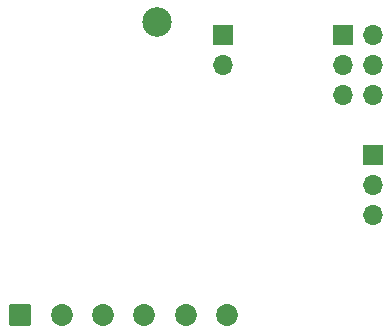
<source format=gbs>
G04 #@! TF.GenerationSoftware,KiCad,Pcbnew,8.0.8*
G04 #@! TF.CreationDate,2025-03-05T20:48:14-06:00*
G04 #@! TF.ProjectId,Incipit11,496e6369-7069-4743-9131-2e6b69636164,A*
G04 #@! TF.SameCoordinates,Original*
G04 #@! TF.FileFunction,Soldermask,Bot*
G04 #@! TF.FilePolarity,Negative*
%FSLAX46Y46*%
G04 Gerber Fmt 4.6, Leading zero omitted, Abs format (unit mm)*
G04 Created by KiCad (PCBNEW 8.0.8) date 2025-03-05 20:48:14*
%MOMM*%
%LPD*%
G01*
G04 APERTURE LIST*
G04 Aperture macros list*
%AMRoundRect*
0 Rectangle with rounded corners*
0 $1 Rounding radius*
0 $2 $3 $4 $5 $6 $7 $8 $9 X,Y pos of 4 corners*
0 Add a 4 corners polygon primitive as box body*
4,1,4,$2,$3,$4,$5,$6,$7,$8,$9,$2,$3,0*
0 Add four circle primitives for the rounded corners*
1,1,$1+$1,$2,$3*
1,1,$1+$1,$4,$5*
1,1,$1+$1,$6,$7*
1,1,$1+$1,$8,$9*
0 Add four rect primitives between the rounded corners*
20,1,$1+$1,$2,$3,$4,$5,0*
20,1,$1+$1,$4,$5,$6,$7,0*
20,1,$1+$1,$6,$7,$8,$9,0*
20,1,$1+$1,$8,$9,$2,$3,0*%
G04 Aperture macros list end*
%ADD10RoundRect,0.102000X-0.825000X-0.825000X0.825000X-0.825000X0.825000X0.825000X-0.825000X0.825000X0*%
%ADD11C,1.854000*%
%ADD12R,1.700000X1.700000*%
%ADD13O,1.700000X1.700000*%
%ADD14C,2.500000*%
G04 APERTURE END LIST*
D10*
X76800000Y-105000000D03*
D11*
X80300000Y-105000000D03*
X83800000Y-105000000D03*
X87300000Y-105000000D03*
X90800000Y-105000000D03*
X94300000Y-105000000D03*
D12*
X93980000Y-81280000D03*
D13*
X93980000Y-83820000D03*
D12*
X106680000Y-91440000D03*
D13*
X106680000Y-93980000D03*
X106680000Y-96520000D03*
D12*
X104140000Y-81280000D03*
D13*
X106680000Y-81280000D03*
X104140000Y-83820000D03*
X106680000Y-83820000D03*
X104140000Y-86360000D03*
X106680000Y-86360000D03*
D14*
X88400000Y-80200000D03*
M02*

</source>
